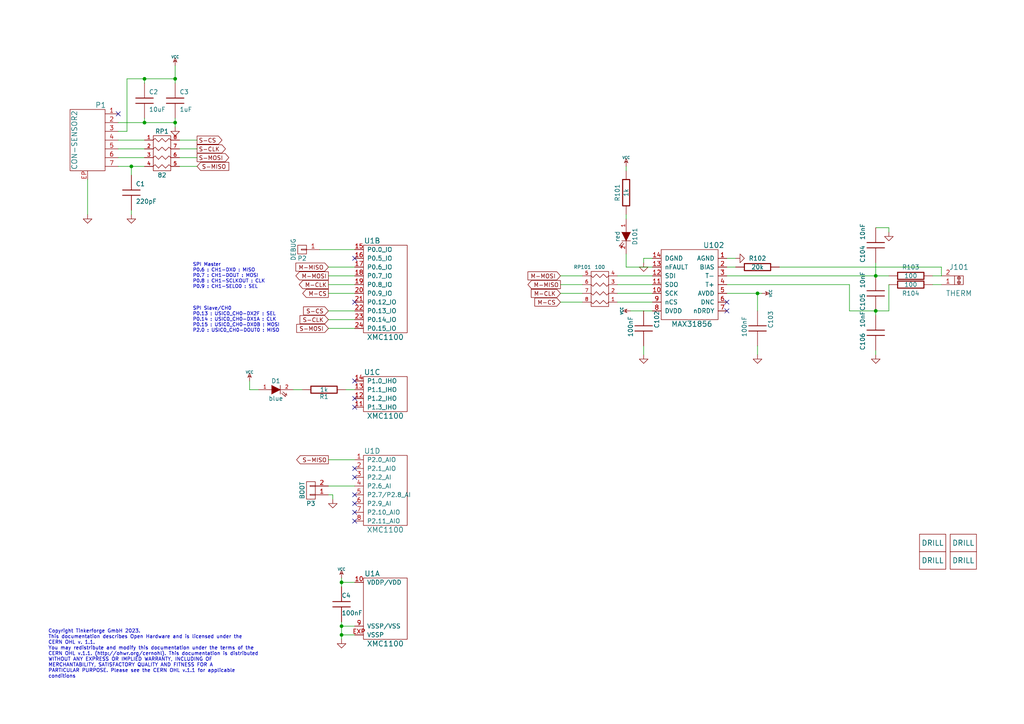
<source format=kicad_sch>
(kicad_sch (version 20230121) (generator eeschema)
  (paper "A4")
  (title_block (title "Thermocouple 2.0") (date "2023-01-27") (rev "2.0") (company "Tinkerforge GmbH") (comment 1 "Licensed under CERN OHL v.1.1") (comment 2 "Copyright (©) 2023, T.Schneidermann <tim@tinkerforge.com>"))
  (lib_symbols
    (symbol "tinkerforge:AKL_5_2" (pin_names (offset 1.016) hide)
      (property "Reference" "J" (at 2.54 -0.127 0))
      (property "Value" "AKL_5_2" (at -0.381 -2.54 0))
      (symbol "AKL_5_2_0_1"
        (rectangle (start -1.27 1.27) (end 1.27 -1.27))
        (circle (center 0 -0.635) (radius 0.4572))
        (polyline (pts (xy -0.381 -0.635) (xy 0.381 -0.635) (xy 0.381 -0.635)))
        (polyline (pts (xy -0.381 0.635) (xy 0.381 0.635) (xy 0.381 0.635)))
        (polyline (pts (xy 0 -0.254) (xy 0 -1.016) (xy 0 -1.016)))
        (polyline (pts (xy 0 1.016) (xy 0 0.254) (xy 0 0.254)))
        (circle (center 0 0.635) (radius 0.4572))
      )
      (symbol "AKL_5_2_1_1"
        (pin passive line (at -5.08 1.27 0) (length 3.81) (name "~") (number "1"))
        (pin passive line (at -5.08 -1.27 0) (length 3.81) (name "~") (number "2"))
      )
    )
    (symbol "tinkerforge:C" (pin_numbers hide) (pin_names (offset 0.254))
      (property "Reference" "C" (at 1.27 2.54 0))
      (property "Value" "C" (at 1.27 -2.54 0))
      (symbol "C_0_1"
        (polyline (pts (xy -2.54 -0.762) (xy 2.54 -0.762)) (stroke (width 0.254)))
        (polyline (pts (xy -2.54 0.762) (xy 2.54 0.762)) (stroke (width 0.254)))
      )
      (symbol "C_1_1"
        (pin passive line (at 0 5.08 270) (length 4.318) (name "~") (number "1"))
        (pin passive line (at 0 -5.08 90) (length 4.318) (name "~") (number "2"))
      )
    )
    (symbol "tinkerforge:CON-SENSOR2" (pin_names (offset 1.016))
      (property "Reference" "P" (at -3.81 10.16 0))
      (property "Value" "CON-SENSOR2" (at 3.81 0 90))
      (symbol "CON-SENSOR2_0_1"
        (rectangle (start -5.08 8.89) (end 5.08 -8.89))
      )
      (symbol "CON-SENSOR2_1_1"
        (pin passive line (at -8.89 7.62 0) (length 3.81) (name "~") (number "1"))
        (pin passive line (at -8.89 5.08 0) (length 3.81) (name "~") (number "2"))
        (pin passive line (at -8.89 2.54 0) (length 3.81) (name "~") (number "3"))
        (pin passive line (at -8.89 0 0) (length 3.81) (name "~") (number "4"))
        (pin passive line (at -8.89 -2.54 0) (length 3.81) (name "~") (number "5"))
        (pin passive line (at -8.89 -5.08 0) (length 3.81) (name "~") (number "6"))
        (pin passive line (at -8.89 -7.62 0) (length 3.81) (name "~") (number "7"))
        (pin passive line (at 0 -11.43 90) (length 2.54) (name "~") (number "EP"))
      )
    )
    (symbol "tinkerforge:CONN_01X01" (pin_names (offset 1.016) hide)
      (property "Reference" "P" (at 0 2.54 0))
      (property "Value" "CONN_01X01" (at 2.54 0 90))
      (symbol "CONN_01X01_0_1"
        (rectangle (start -1.27 0.127) (end 0.254 -0.127))
        (rectangle (start -1.27 1.27) (end 1.27 -1.27))
      )
      (symbol "CONN_01X01_1_1"
        (pin passive line (at -5.08 0 0) (length 3.81) (name "P1") (number "1"))
      )
    )
    (symbol "tinkerforge:CONN_01X02" (pin_names (offset 1.016) hide)
      (property "Reference" "P" (at 0 3.81 0))
      (property "Value" "CONN_01X02" (at 2.54 0 90))
      (symbol "CONN_01X02_0_1"
        (rectangle (start -1.27 -1.143) (end 0.254 -1.397))
        (rectangle (start -1.27 1.397) (end 0.254 1.143))
        (rectangle (start -1.27 2.54) (end 1.27 -2.54))
      )
      (symbol "CONN_01X02_1_1"
        (pin passive line (at -5.08 1.27 0) (length 3.81) (name "P1") (number "1"))
        (pin passive line (at -5.08 -1.27 0) (length 3.81) (name "P2") (number "2"))
      )
    )
    (symbol "tinkerforge:DRILL" (pin_numbers hide) (pin_names (offset 0) hide)
      (property "Value" "DRILL" (at 0 0 0))
      (symbol "DRILL_0_1"
        (rectangle (start -3.81 2.54) (end 3.81 -2.54))
      )
    )
    (symbol "tinkerforge:GND" (power) (pin_names (offset 0))
      (property "Value" "GND" (at 0 -5.08 0))
      (symbol "GND_0_1"
        (polyline (pts (xy 0 0) (xy 0 -1.27) (xy 1.27 -1.27) (xy 0 -2.54) (xy -1.27 -1.27) (xy 0 -1.27)))
      )
      (symbol "GND_1_1"
        (pin power_in line (at 0 0 270) (length 0) hide (name "GND") (number "1"))
      )
    )
    (symbol "tinkerforge:LED" (pin_names (offset 1.016) hide)
      (property "Reference" "D" (at 0 2.54 0))
      (property "Value" "LED" (at 0 -2.54 0))
      (symbol "LED_0_1"
        (polyline (pts (xy 1.27 1.27) (xy 1.27 -1.27)))
        (polyline (pts (xy -1.27 1.27) (xy 1.27 0) (xy -1.27 -1.27)) (fill (type outline)))
        (polyline (pts (xy 1.651 -1.016) (xy 2.794 -2.032) (xy 2.667 -1.397)))
        (polyline (pts (xy 2.032 -0.635) (xy 3.175 -1.651) (xy 3.048 -1.016)))
      )
      (symbol "LED_1_1"
        (pin passive line (at -5.08 0 0) (length 3.81) (name "A") (number "1"))
        (pin passive line (at 5.08 0 180) (length 3.81) (name "K") (number "2"))
      )
    )
    (symbol "tinkerforge:MAX31856" (pin_names (offset 1.016))
      (property "Reference" "U" (at -6.35 10.16 0))
      (property "Value" "MAX31856" (at 0 -12.7 0))
      (symbol "MAX31856_0_1"
        (rectangle (start -7.62 8.89) (end 8.89 -11.43))
      )
      (symbol "MAX31856_1_1"
        (pin input line (at -10.16 6.35 0) (length 2.54) (name "AGND") (number "1"))
        (pin input line (at 11.43 -3.81 180) (length 2.54) (name "SCK") (number "10"))
        (pin input line (at 11.43 -1.27 180) (length 2.54) (name "SDO") (number "11"))
        (pin input line (at 11.43 1.27 180) (length 2.54) (name "SDI") (number "12"))
        (pin input line (at 11.43 3.81 180) (length 2.54) (name "nFAULT") (number "13"))
        (pin input line (at 11.43 6.35 180) (length 2.54) (name "DGND") (number "14"))
        (pin input line (at -10.16 3.81 0) (length 2.54) (name "BIAS") (number "2"))
        (pin input line (at -10.16 1.27 0) (length 2.54) (name "T-") (number "3"))
        (pin input line (at -10.16 -1.27 0) (length 2.54) (name "T+") (number "4"))
        (pin input line (at -10.16 -3.81 0) (length 2.54) (name "AVDD") (number "5"))
        (pin input line (at -10.16 -6.35 0) (length 2.54) (name "DNC") (number "6"))
        (pin input line (at -10.16 -8.89 0) (length 2.54) (name "nDRDY") (number "7"))
        (pin input line (at 11.43 -8.89 180) (length 2.54) (name "DVDD") (number "8"))
        (pin input line (at 11.43 -6.35 180) (length 2.54) (name "nCS") (number "9"))
      )
    )
    (symbol "tinkerforge:R" (pin_numbers hide) (pin_names (offset 0))
      (property "Reference" "R" (at 2.032 0 90))
      (property "Value" "R" (at 0 0 90))
      (symbol "R_0_1"
        (rectangle (start -1.016 3.81) (end 1.016 -3.81) (stroke (width 0.3048)))
      )
      (symbol "R_1_1"
        (pin passive line (at 0 6.35 270) (length 2.54) (name "~") (number "1"))
        (pin passive line (at 0 -6.35 90) (length 2.54) (name "~") (number "2"))
      )
    )
    (symbol "tinkerforge:R_PACK4" (pin_names hide)
      (property "Reference" "RP" (at 0 11.43 0))
      (property "Value" "R_PACK4" (at 0 -1.27 0))
      (symbol "R_PACK4_0_1"
        (polyline (pts (xy -2.54 10.16) (xy -2.54 0) (xy 2.54 0) (xy 2.54 10.16) (xy -2.54 10.16)))
        (polyline (pts (xy -2.54 1.27) (xy -2.032 1.778) (xy -1.016 0.762) (xy 0 1.778) (xy 1.016 0.762) (xy 2.032 1.778) (xy 2.54 1.27)))
        (polyline (pts (xy -2.54 3.81) (xy -2.032 4.318) (xy -1.016 3.302) (xy 0 4.318) (xy 1.016 3.302) (xy 2.032 4.318) (xy 2.54 3.81)))
        (polyline (pts (xy -2.54 6.35) (xy -2.032 6.858) (xy -1.016 5.842) (xy 0 6.858) (xy 1.016 5.842) (xy 2.032 6.858) (xy 2.54 6.35)))
        (polyline (pts (xy -2.54 8.89) (xy -2.032 9.398) (xy -1.016 8.382) (xy 0 9.398) (xy 1.016 8.382) (xy 2.032 9.398) (xy 2.54 8.89)))
      )
      (symbol "R_PACK4_1_1"
        (pin passive line (at -5.08 8.89 0) (length 2.54) (name "P1") (number "1"))
        (pin passive line (at -5.08 6.35 0) (length 2.54) (name "P2") (number "2"))
        (pin passive line (at -5.08 3.81 0) (length 2.54) (name "P3") (number "3"))
        (pin passive line (at -5.08 1.27 0) (length 2.54) (name "P4") (number "4"))
        (pin passive line (at 5.08 1.27 180) (length 2.54) (name "R4") (number "5"))
        (pin passive line (at 5.08 3.81 180) (length 2.54) (name "R3") (number "6"))
        (pin passive line (at 5.08 6.35 180) (length 2.54) (name "R2") (number "7"))
        (pin passive line (at 5.08 8.89 180) (length 2.54) (name "R1") (number "8"))
      )
    )
    (symbol "tinkerforge:VCC" (power) (pin_names (offset 0))
      (property "Value" "VCC" (at 0 3.175 0))
      (symbol "VCC_0_0"
        (pin power_in line (at 0 0 90) (length 0) hide (name "VCC") (number "1"))
      )
      (symbol "VCC_0_1"
        (polyline (pts (xy 0 1.524) (xy 0 0)))
        (polyline (pts (xy 0 1.524) (xy 0.508 1.016) (xy 0 2.286) (xy -0.508 1.016) (xy 0 1.524) (xy 0 1.524)))
      )
    )
    (symbol "tinkerforge:XMC1XXX24" (pin_names (offset 1.016))
      (property "Reference" "U" (at -3.81 15.24 0))
      (property "Value" "XMC1XXX24" (at 0 -16.51 0))
      (symbol "XMC1XXX24_1_1"
        (rectangle (start -6.35 8.89) (end 6.35 -8.89))
        (pin passive line (at -8.89 7.62 0) (length 2.54) (name "VDDP/VDD") (number "10"))
        (pin passive line (at -8.89 -5.08 0) (length 2.54) (name "VSSP/VSS") (number "9"))
        (pin passive line (at -8.89 -7.62 0) (length 2.54) (name "VSSP") (number "EXP"))
      )
      (symbol "XMC1XXX24_2_1"
        (rectangle (start -6.35 12.7) (end 6.35 -12.7))
        (pin passive line (at -8.89 11.43 0) (length 2.54) (name "P0.0_IO") (number "15"))
        (pin passive line (at -8.89 8.89 0) (length 2.54) (name "P0.5_IO") (number "16"))
        (pin passive line (at -8.89 6.35 0) (length 2.54) (name "P0.6_IO") (number "17"))
        (pin passive line (at -8.89 3.81 0) (length 2.54) (name "P0.7_IO") (number "18"))
        (pin passive line (at -8.89 1.27 0) (length 2.54) (name "P0.8_IO") (number "19"))
        (pin passive line (at -8.89 -1.27 0) (length 2.54) (name "P0.9_IO") (number "20"))
        (pin passive line (at -8.89 -3.81 0) (length 2.54) (name "P0.12_IO") (number "21"))
        (pin passive line (at -8.89 -6.35 0) (length 2.54) (name "P0.13_IO") (number "22"))
        (pin passive line (at -8.89 -8.89 0) (length 2.54) (name "P0.14_IO") (number "23"))
        (pin passive line (at -8.89 -11.43 0) (length 2.54) (name "P0.15_IO") (number "24"))
      )
      (symbol "XMC1XXX24_3_1"
        (rectangle (start -6.35 5.08) (end 6.35 -5.08))
        (pin passive line (at -8.89 -3.81 0) (length 2.54) (name "P1.3_IHO") (number "11"))
        (pin passive line (at -8.89 -1.27 0) (length 2.54) (name "P1.2_IHO") (number "12"))
        (pin passive line (at -8.89 1.27 0) (length 2.54) (name "P1.1_IHO") (number "13"))
        (pin passive line (at -8.89 3.81 0) (length 2.54) (name "P1.0_IHO") (number "14"))
      )
      (symbol "XMC1XXX24_4_1"
        (rectangle (start -6.35 10.16) (end 6.35 -10.16))
        (pin passive line (at -8.89 8.89 0) (length 2.54) (name "P2.0_AIO") (number "1"))
        (pin passive line (at -8.89 6.35 0) (length 2.54) (name "P2.1_AIO") (number "2"))
        (pin passive line (at -8.89 3.81 0) (length 2.54) (name "P2.2_AI") (number "3"))
        (pin passive line (at -8.89 1.27 0) (length 2.54) (name "P2.6_AI") (number "4"))
        (pin passive line (at -8.89 -1.27 0) (length 2.54) (name "P2.7/P2.8_AI") (number "5"))
        (pin passive line (at -8.89 -3.81 0) (length 2.54) (name "P2.9_AI") (number "6"))
        (pin passive line (at -8.89 -6.35 0) (length 2.54) (name "P2.10_AIO") (number "7"))
        (pin passive line (at -8.89 -8.89 0) (length 2.54) (name "P2.11_AIO") (number "8"))
      )
    )
  )
  (junction (at 219.71 85.09))
  (junction (at 99.06 181.61))
  (junction (at 41.91 22.86))
  (junction (at 50.8 22.86))
  (junction (at 254 80.01))
  (junction (at 254 90.17))
  (junction (at 99.06 184.15))
  (junction (at 99.06 168.91))
  (junction (at 50.8 35.56))
  (junction (at 41.91 35.56))
  (junction (at 38.1 48.26))
  (no_connect (at 102.87 74.93))
  (no_connect (at 102.87 135.89))
  (no_connect (at 102.87 148.59))
  (no_connect (at 210.82 87.63))
  (no_connect (at 102.87 151.13))
  (no_connect (at 102.87 87.63))
  (no_connect (at 102.87 118.11))
  (no_connect (at 102.87 138.43))
  (no_connect (at 34.29 33.02))
  (no_connect (at 210.82 90.17))
  (no_connect (at 102.87 146.05))
  (no_connect (at 102.87 115.57))
  (no_connect (at 102.87 110.49))
  (no_connect (at 102.87 143.51))
  (wire (pts (xy 50.8 34.29) (xy 50.8 35.56)))
  (wire (pts (xy 254 102.87) (xy 254 101.6)))
  (wire (pts (xy 102.87 184.15) (xy 99.06 184.15)))
  (wire (pts (xy 99.06 184.15) (xy 99.06 181.61)))
  (wire (pts (xy 41.91 22.86) (xy 50.8 22.86)))
  (wire (pts (xy 102.87 92.71) (xy 95.25 92.71)))
  (wire (pts (xy 182.88 90.17) (xy 189.23 90.17)))
  (wire (pts (xy 179.07 80.01) (xy 189.23 80.01)))
  (wire (pts (xy 254 66.04) (xy 257.81 66.04)))
  (wire (pts (xy 257.81 66.04) (xy 257.81 67.31)))
  (wire (pts (xy 219.71 85.09) (xy 219.71 90.17)))
  (wire (pts (xy 273.05 80.01) (xy 270.51 80.01)))
  (wire (pts (xy 34.29 45.72) (xy 41.91 45.72)))
  (wire (pts (xy 189.23 87.63) (xy 179.07 87.63)))
  (wire (pts (xy 186.69 74.93) (xy 186.69 76.2)))
  (wire (pts (xy 102.87 181.61) (xy 99.06 181.61)))
  (wire (pts (xy 36.83 38.1) (xy 36.83 22.86)))
  (wire (pts (xy 254 91.44) (xy 254 90.17)))
  (wire (pts (xy 57.15 43.18) (xy 52.07 43.18)))
  (wire (pts (xy 99.06 170.18) (xy 99.06 168.91)))
  (wire (pts (xy 210.82 82.55) (xy 246.38 82.55)))
  (wire (pts (xy 57.15 48.26) (xy 52.07 48.26)))
  (wire (pts (xy 38.1 48.26) (xy 34.29 48.26)))
  (wire (pts (xy 181.61 77.47) (xy 181.61 73.66)))
  (wire (pts (xy 95.25 95.25) (xy 102.87 95.25)))
  (wire (pts (xy 95.25 143.51) (xy 96.52 143.51)))
  (wire (pts (xy 254 80.01) (xy 257.81 80.01)))
  (wire (pts (xy 168.91 82.55) (xy 162.56 82.55)))
  (wire (pts (xy 34.29 38.1) (xy 36.83 38.1)))
  (wire (pts (xy 41.91 48.26) (xy 38.1 48.26)))
  (wire (pts (xy 96.52 143.51) (xy 96.52 144.78)))
  (wire (pts (xy 36.83 22.86) (xy 41.91 22.86)))
  (wire (pts (xy 162.56 85.09) (xy 168.91 85.09)))
  (wire (pts (xy 99.06 168.91) (xy 99.06 167.64)))
  (wire (pts (xy 179.07 85.09) (xy 189.23 85.09)))
  (wire (pts (xy 95.25 90.17) (xy 102.87 90.17)))
  (wire (pts (xy 168.91 87.63) (xy 162.56 87.63)))
  (wire (pts (xy 41.91 34.29) (xy 41.91 35.56)))
  (wire (pts (xy 210.82 74.93) (xy 213.36 74.93)))
  (wire (pts (xy 273.05 77.47) (xy 273.05 80.01)))
  (wire (pts (xy 72.39 113.03) (xy 72.39 110.49)))
  (wire (pts (xy 95.25 82.55) (xy 102.87 82.55)))
  (wire (pts (xy 102.87 85.09) (xy 95.25 85.09)))
  (wire (pts (xy 181.61 49.53) (xy 181.61 48.26)))
  (wire (pts (xy 38.1 50.8) (xy 38.1 48.26)))
  (wire (pts (xy 34.29 43.18) (xy 41.91 43.18)))
  (wire (pts (xy 210.82 85.09) (xy 219.71 85.09)))
  (wire (pts (xy 257.81 90.17) (xy 257.81 82.55)))
  (wire (pts (xy 186.69 100.33) (xy 186.69 102.87)))
  (wire (pts (xy 162.56 80.01) (xy 168.91 80.01)))
  (wire (pts (xy 189.23 82.55) (xy 179.07 82.55)))
  (wire (pts (xy 38.1 60.96) (xy 38.1 62.23)))
  (wire (pts (xy 34.29 35.56) (xy 41.91 35.56)))
  (wire (pts (xy 189.23 77.47) (xy 181.61 77.47)))
  (wire (pts (xy 50.8 22.86) (xy 50.8 24.13)))
  (wire (pts (xy 102.87 168.91) (xy 99.06 168.91)))
  (wire (pts (xy 34.29 40.64) (xy 41.91 40.64)))
  (wire (pts (xy 270.51 82.55) (xy 273.05 82.55)))
  (wire (pts (xy 254 80.01) (xy 254 76.2)))
  (wire (pts (xy 219.71 85.09) (xy 220.98 85.09)))
  (wire (pts (xy 95.25 77.47) (xy 102.87 77.47)))
  (wire (pts (xy 246.38 82.55) (xy 246.38 90.17)))
  (wire (pts (xy 99.06 181.61) (xy 99.06 180.34)))
  (wire (pts (xy 74.93 113.03) (xy 72.39 113.03)))
  (wire (pts (xy 246.38 90.17) (xy 254 90.17)))
  (wire (pts (xy 95.25 133.35) (xy 102.87 133.35)))
  (wire (pts (xy 41.91 24.13) (xy 41.91 22.86)))
  (wire (pts (xy 254 90.17) (xy 257.81 90.17)))
  (wire (pts (xy 213.36 77.47) (xy 210.82 77.47)))
  (wire (pts (xy 181.61 62.23) (xy 181.61 63.5)))
  (wire (pts (xy 92.71 72.39) (xy 102.87 72.39)))
  (wire (pts (xy 219.71 100.33) (xy 219.71 102.87)))
  (wire (pts (xy 102.87 80.01) (xy 95.25 80.01)))
  (wire (pts (xy 95.25 140.97) (xy 102.87 140.97)))
  (wire (pts (xy 226.06 77.47) (xy 273.05 77.47)))
  (wire (pts (xy 25.4 52.07) (xy 25.4 62.23)))
  (wire (pts (xy 52.07 45.72) (xy 57.15 45.72)))
  (wire (pts (xy 99.06 185.42) (xy 99.06 184.15)))
  (wire (pts (xy 50.8 19.05) (xy 50.8 22.86)))
  (wire (pts (xy 50.8 35.56) (xy 50.8 36.83)))
  (wire (pts (xy 52.07 40.64) (xy 57.15 40.64)))
  (wire (pts (xy 210.82 80.01) (xy 254 80.01)))
  (wire (pts (xy 102.87 113.03) (xy 100.33 113.03)))
  (wire (pts (xy 41.91 35.56) (xy 50.8 35.56)))
  (wire (pts (xy 189.23 74.93) (xy 186.69 74.93)))
  (wire (pts (xy 87.63 113.03) (xy 85.09 113.03)))
  (text "Copyright Tinkerforge GmbH 2023.\nThis documentation describes Open Hardware and is licensed under the\nCERN OHL v. 1.1.\nYou may redistribute and modify this documentation under the terms of the\nCERN OHL v.1.1. (http://ohwr.org/cernohl). This documentation is distributed\nWITHOUT ANY EXPRESS OR IMPLIED WARRANTY, INCLUDING OF\nMERCHANTABILITY, SATISFACTORY QUALITY AND FITNESS FOR A\nPARTICULAR PURPOSE. Please see the CERN OHL v.1.1 for applicable\nconditions\n" (at 13.97 196.85 0) (effects (font (size 1.016 1.016)) (justify left bottom)))
  (text "SPI Slave/CH0\nP0.13 : USIC0_CH0-DX2F : SEL\nP0.14 : USIC0_CH0-DX1A : CLK\nP0.15 : USIC0_CH0-DX0B : MOSI\nP2.0 : USIC0_CH0-DOUT0 : MISO" (at 55.88 96.52 0) (effects (font (size 0.9906 0.9906)) (justify left bottom)))
  (text "SPI Master\nP0.6 : CH1-DX0 : MISO\nP0.7 : CH1-DOUT : MOSI\nP0.8 : CH1-SCLKOUT : CLK\nP0.9 : CH1-SELO0 : SEL" (at 55.88 83.82 0) (effects (font (size 0.9906 0.9906)) (justify left bottom)))
  (global_label "S-MISO" (shape input) (at 57.15 48.26 0) (effects (font (size 1.1938 1.1938))) (property "Intersheetrefs" "${INTERSHEET_REFS}" (effects hide)))
  (global_label "S-MISO" (shape output) (at 95.25 133.35 180) (effects (font (size 1.1938 1.1938))) (property "Intersheetrefs" "${INTERSHEET_REFS}" (effects hide)))
  (global_label "M-CS" (shape input) (at 162.56 87.63 180) (effects (font (size 1.1938 1.1938))) (property "Intersheetrefs" "${INTERSHEET_REFS}" (effects hide)))
  (global_label "S-MOSI" (shape output) (at 57.15 45.72 0) (effects (font (size 1.1938 1.1938))) (property "Intersheetrefs" "${INTERSHEET_REFS}" (effects hide)))
  (global_label "M-CS" (shape output) (at 95.25 85.09 180) (effects (font (size 1.1938 1.1938))) (property "Intersheetrefs" "${INTERSHEET_REFS}" (effects hide)))
  (global_label "M-MISO" (shape output) (at 162.56 82.55 180) (effects (font (size 1.1938 1.1938))) (property "Intersheetrefs" "${INTERSHEET_REFS}" (effects hide)))
  (global_label "M-MOSI" (shape input) (at 162.56 80.01 180) (effects (font (size 1.1938 1.1938))) (property "Intersheetrefs" "${INTERSHEET_REFS}" (effects hide)))
  (global_label "S-CS" (shape output) (at 57.15 40.64 0) (effects (font (size 1.1938 1.1938))) (property "Intersheetrefs" "${INTERSHEET_REFS}" (effects hide)))
  (global_label "S-CLK" (shape output) (at 57.15 43.18 0) (effects (font (size 1.1938 1.1938))) (property "Intersheetrefs" "${INTERSHEET_REFS}" (effects hide)))
  (global_label "M-MOSI" (shape output) (at 95.25 80.01 180) (effects (font (size 1.1938 1.1938))) (property "Intersheetrefs" "${INTERSHEET_REFS}" (effects hide)))
  (global_label "S-CS" (shape input) (at 95.25 90.17 180) (effects (font (size 1.1938 1.1938))) (property "Intersheetrefs" "${INTERSHEET_REFS}" (effects hide)))
  (global_label "M-MISO" (shape input) (at 95.25 77.47 180) (effects (font (size 1.1938 1.1938))) (property "Intersheetrefs" "${INTERSHEET_REFS}" (effects hide)))
  (global_label "S-CLK" (shape input) (at 95.25 92.71 180) (effects (font (size 1.1938 1.1938))) (property "Intersheetrefs" "${INTERSHEET_REFS}" (effects hide)))
  (global_label "M-CLK" (shape input) (at 162.56 85.09 180) (effects (font (size 1.1938 1.1938))) (property "Intersheetrefs" "${INTERSHEET_REFS}" (effects hide)))
  (global_label "M-CLK" (shape output) (at 95.25 82.55 180) (effects (font (size 1.1938 1.1938))) (property "Intersheetrefs" "${INTERSHEET_REFS}" (effects hide)))
  (global_label "S-MOSI" (shape input) (at 95.25 95.25 180) (effects (font (size 1.1938 1.1938))) (property "Intersheetrefs" "${INTERSHEET_REFS}" (effects hide)))
  (symbol (lib_id "tinkerforge:GND") (at 50.8 36.83 0) (unit 1)
    (property "Reference" "#PWR02" (effects hide))
    (property "Value" "GND" (effects hide))
  )
  (symbol (lib_id "tinkerforge:VCC") (at 50.8 19.05 0) (unit 1)
    (property "Reference" "#PWR01" (effects hide))
    (property "Value" "VCC" (at 50.8 16.51 0) (effects (font (size 0.762 0.762))))
  )
  (symbol (lib_id "tinkerforge:DRILL") (at 279.4 157.48 0) (unit 1)
    (property "Reference" "U105" (effects hide))
    (property "Value" "DRILL" (at 279.4 157.48 0) (effects (font (size 1.524 1.524))))
    (property "Footprint" "kicad-libraries:DRILL_NP" (effects hide))
  )
  (symbol (lib_id "tinkerforge:DRILL") (at 279.4 162.56 0) (unit 1)
    (property "Reference" "U106" (effects hide))
    (property "Value" "DRILL" (at 279.4 162.56 0) (effects (font (size 1.524 1.524))))
    (property "Footprint" "kicad-libraries:DRILL_NP" (effects hide))
  )
  (symbol (lib_id "tinkerforge:DRILL") (at 270.51 162.56 0) (unit 1)
    (property "Reference" "U104" (effects hide))
    (property "Value" "DRILL" (at 270.51 162.56 0) (effects (font (size 1.524 1.524))))
    (property "Footprint" "kicad-libraries:DRILL_NP" (effects hide))
  )
  (symbol (lib_id "tinkerforge:DRILL") (at 270.51 157.48 0) (unit 1)
    (property "Reference" "U103" (effects hide))
    (property "Value" "DRILL" (at 270.51 157.48 0) (effects (font (size 1.524 1.524))))
    (property "Footprint" "kicad-libraries:DRILL_NP" (effects hide))
  )
  (symbol (lib_id "tinkerforge:R_PACK4") (at 173.99 78.74 180) (unit 1)
    (property "Reference" "RP101" (at 168.91 77.47 0) (effects (font (size 1.016 1.016))))
    (property "Value" "100" (at 173.99 77.47 0) (effects (font (size 1.016 1.016))))
    (property "Footprint" "kicad-libraries:0603X4" (effects hide))
  )
  (symbol (lib_id "tinkerforge:MAX31856") (at 200.66 81.28 0) (mirror y) (unit 1)
    (property "Reference" "U102" (at 207.01 71.12 0) (effects (font (size 1.524 1.524))))
    (property "Value" "MAX31856" (at 200.66 93.98 0) (effects (font (size 1.524 1.524))))
    (property "Footprint" "kicad-libraries:TSSOP14" (effects hide))
  )
  (symbol (lib_id "tinkerforge:GND") (at 186.69 76.2 0) (unit 1)
    (property "Reference" "#PWR03" (effects hide))
    (property "Value" "GND" (effects hide))
  )
  (symbol (lib_id "tinkerforge:VCC") (at 182.88 90.17 90) (unit 1)
    (property "Reference" "#PWR04" (effects hide))
    (property "Value" "VCC" (at 180.34 90.17 0) (effects (font (size 0.762 0.762))))
  )
  (symbol (lib_id "tinkerforge:C") (at 186.69 95.25 0) (unit 1)
    (property "Reference" "C102" (at 190.5 95.25 90) (effects (justify left)))
    (property "Value" "100nF" (at 182.88 97.79 90) (effects (justify left)))
    (property "Footprint" "kicad-libraries:C0603F" (effects hide))
  )
  (symbol (lib_id "tinkerforge:GND") (at 186.69 102.87 0) (unit 1)
    (property "Reference" "#PWR05" (effects hide))
    (property "Value" "GND" (effects hide))
  )
  (symbol (lib_id "tinkerforge:GND") (at 213.36 74.93 90) (unit 1)
    (property "Reference" "#PWR06" (effects hide))
    (property "Value" "GND" (effects hide))
  )
  (symbol (lib_id "tinkerforge:AKL_5_2") (at 278.13 81.28 0) (mirror x) (unit 1)
    (property "Reference" "J101" (at 278.13 77.47 0) (effects (font (size 1.524 1.524))))
    (property "Value" "THERM" (at 278.13 85.09 0) (effects (font (size 1.524 1.524))))
    (property "Footprint" "kicad-libraries:PCC_SMP" (effects hide))
  )
  (symbol (lib_id "tinkerforge:R") (at 219.71 77.47 270) (unit 1)
    (property "Reference" "R102" (at 219.71 74.93 90))
    (property "Value" "20k" (at 219.71 77.47 90))
    (property "Footprint" "kicad-libraries:R1206" (effects hide))
  )
  (symbol (lib_id "tinkerforge:R") (at 264.16 80.01 270) (unit 1)
    (property "Reference" "R103" (at 264.16 77.47 90))
    (property "Value" "100" (at 264.16 80.01 90))
    (property "Footprint" "kicad-libraries:R1206" (effects hide))
  )
  (symbol (lib_id "tinkerforge:R") (at 264.16 82.55 270) (unit 1)
    (property "Reference" "R104" (at 264.16 85.09 90))
    (property "Value" "100" (at 264.16 82.55 90))
    (property "Footprint" "kicad-libraries:R1206" (effects hide))
  )
  (symbol (lib_id "tinkerforge:C") (at 254 71.12 180) (unit 1)
    (property "Reference" "C104" (at 250.19 71.12 90) (effects (justify left)))
    (property "Value" "10nF" (at 250.19 64.77 90) (effects (justify left)))
    (property "Footprint" "kicad-libraries:C0603F" (effects hide))
  )
  (symbol (lib_id "tinkerforge:GND") (at 257.81 67.31 0) (unit 1)
    (property "Reference" "#PWR07" (effects hide))
    (property "Value" "GND" (effects hide))
  )
  (symbol (lib_id "tinkerforge:C") (at 254 85.09 180) (unit 1)
    (property "Reference" "C105" (at 250.19 85.09 90) (effects (justify left)))
    (property "Value" "10nF" (at 250.19 78.74 90) (effects (justify left)))
    (property "Footprint" "kicad-libraries:C0603F" (effects hide))
  )
  (symbol (lib_id "tinkerforge:C") (at 254 96.52 180) (unit 1)
    (property "Reference" "C106" (at 250.19 96.52 90) (effects (justify left)))
    (property "Value" "10nF" (at 250.19 90.17 90) (effects (justify left)))
    (property "Footprint" "kicad-libraries:C0603F" (effects hide))
  )
  (symbol (lib_id "tinkerforge:GND") (at 254 102.87 0) (unit 1)
    (property "Reference" "#PWR08" (effects hide))
    (property "Value" "GND" (effects hide))
  )
  (symbol (lib_id "tinkerforge:VCC") (at 220.98 85.09 270) (unit 1)
    (property "Reference" "#PWR09" (effects hide))
    (property "Value" "VCC" (at 223.52 85.09 0) (effects (font (size 0.762 0.762))))
  )
  (symbol (lib_id "tinkerforge:C") (at 219.71 95.25 0) (unit 1)
    (property "Reference" "C103" (at 223.52 95.25 90) (effects (justify left)))
    (property "Value" "100nF" (at 215.9 97.79 90) (effects (justify left)))
    (property "Footprint" "kicad-libraries:C0603F" (effects hide))
  )
  (symbol (lib_id "tinkerforge:GND") (at 219.71 102.87 0) (unit 1)
    (property "Reference" "#PWR010" (effects hide))
    (property "Value" "GND" (effects hide))
  )
  (symbol (lib_id "tinkerforge:LED") (at 181.61 68.58 270) (unit 1)
    (property "Reference" "D101" (at 184.15 68.58 0))
    (property "Value" "red" (at 179.07 68.58 0))
    (property "Footprint" "kicad-libraries:D0603F" (effects hide))
  )
  (symbol (lib_id "tinkerforge:R") (at 181.61 55.88 180) (unit 1)
    (property "Reference" "R101" (at 179.07 55.88 90))
    (property "Value" "1k" (at 181.61 55.88 90))
    (property "Footprint" "kicad-libraries:R0603F" (effects hide))
  )
  (symbol (lib_id "tinkerforge:VCC") (at 181.61 48.26 0) (unit 1)
    (property "Reference" "#PWR011" (effects hide))
    (property "Value" "VCC" (at 181.61 45.72 0) (effects (font (size 0.762 0.762))))
  )
  (symbol (lib_id "tinkerforge:CON-SENSOR2") (at 25.4 40.64 0) (mirror y) (unit 1)
    (property "Reference" "P1" (at 29.21 30.48 0) (effects (font (size 1.524 1.524))))
    (property "Value" "CON-SENSOR2" (at 21.59 40.64 90) (effects (font (size 1.524 1.524))))
    (property "Footprint" "kicad-libraries:CON-SENSOR2" (effects hide))
  )
  (symbol (lib_id "tinkerforge:C") (at 41.91 29.21 0) (unit 1)
    (property "Reference" "C2" (at 43.18 26.67 0) (effects (justify left)))
    (property "Value" "10uF" (at 43.18 31.75 0) (effects (justify left)))
    (property "Footprint" "kicad-libraries:C0805" (effects hide))
  )
  (symbol (lib_id "tinkerforge:C") (at 50.8 29.21 0) (unit 1)
    (property "Reference" "C3" (at 52.07 26.67 0) (effects (justify left)))
    (property "Value" "1uF" (at 52.07 31.75 0) (effects (justify left)))
    (property "Footprint" "kicad-libraries:C0603F" (effects hide))
  )
  (symbol (lib_id "tinkerforge:R_PACK4") (at 46.99 49.53 0) (unit 1)
    (property "Reference" "RP1" (at 46.99 38.1 0))
    (property "Value" "82" (at 46.99 50.8 0))
    (property "Footprint" "kicad-libraries:4X0402" (effects hide))
  )
  (symbol (lib_id "tinkerforge:C") (at 38.1 55.88 0) (unit 1)
    (property "Reference" "C1" (at 39.37 53.34 0) (effects (justify left)))
    (property "Value" "220pF" (at 39.37 58.42 0) (effects (justify left)))
    (property "Footprint" "kicad-libraries:C0402F" (effects hide))
  )
  (symbol (lib_id "tinkerforge:GND") (at 38.1 62.23 0) (unit 1)
    (property "Reference" "#PWR012" (effects hide))
    (property "Value" "GND" (effects hide))
  )
  (symbol (lib_id "tinkerforge:GND") (at 25.4 62.23 0) (unit 1)
    (property "Reference" "#PWR013" (effects hide))
    (property "Value" "GND" (effects hide))
  )
  (symbol (lib_id "tinkerforge:XMC1XXX24") (at 111.76 176.53 0) (unit 1)
    (property "Reference" "U1" (at 107.95 166.37 0) (effects (font (size 1.524 1.524))))
    (property "Value" "XMC1100" (at 111.76 186.69 0) (effects (font (size 1.524 1.524))))
    (property "Footprint" "kicad-libraries:QFN24-4x4mm-0.5mm" (effects hide))
  )
  (symbol (lib_id "tinkerforge:XMC1XXX24") (at 111.76 114.3 0) (unit 3)
    (property "Reference" "U1" (at 107.95 107.95 0) (effects (font (size 1.524 1.524))))
    (property "Value" "XMC1100" (at 111.76 120.65 0) (effects (font (size 1.524 1.524))))
    (property "Footprint" "kicad-libraries:QFN24-4x4mm-0.5mm" (effects hide))
  )
  (symbol (lib_id "tinkerforge:XMC1XXX24") (at 111.76 83.82 0) (unit 2)
    (property "Reference" "U1" (at 107.95 69.85 0) (effects (font (size 1.524 1.524))))
    (property "Value" "XMC1100" (at 111.76 97.79 0) (effects (font (size 1.524 1.524))))
    (property "Footprint" "kicad-libraries:QFN24-4x4mm-0.5mm" (effects hide))
  )
  (symbol (lib_id "tinkerforge:XMC1XXX24") (at 111.76 142.24 0) (unit 4)
    (property "Reference" "U1" (at 107.95 130.81 0) (effects (font (size 1.524 1.524))))
    (property "Value" "XMC1100" (at 111.76 153.67 0) (effects (font (size 1.524 1.524))))
    (property "Footprint" "kicad-libraries:QFN24-4x4mm-0.5mm" (effects hide))
  )
  (symbol (lib_id "tinkerforge:CONN_01X01") (at 87.63 72.39 180) (unit 1)
    (property "Reference" "P2" (at 87.63 74.93 0))
    (property "Value" "DEBUG" (at 85.09 72.39 90))
    (property "Footprint" "kicad-libraries:DEBUG_PAD" (effects hide))
  )
  (symbol (lib_id "tinkerforge:CONN_01X02") (at 90.17 142.24 180) (unit 1)
    (property "Reference" "P3" (at 90.17 146.05 0))
    (property "Value" "BOOT" (at 87.63 142.24 90))
    (property "Footprint" "kicad-libraries:SolderJumper" (effects hide))
  )
  (symbol (lib_id "tinkerforge:GND") (at 96.52 144.78 0) (unit 1)
    (property "Reference" "#PWR014" (effects hide))
    (property "Value" "GND" (effects hide))
  )
  (symbol (lib_id "tinkerforge:R") (at 93.98 113.03 270) (unit 1)
    (property "Reference" "R1" (at 93.98 115.062 90))
    (property "Value" "1k" (at 93.98 113.03 90))
    (property "Footprint" "kicad-libraries:R0603F" (effects hide))
  )
  (symbol (lib_id "tinkerforge:LED") (at 80.01 113.03 0) (unit 1)
    (property "Reference" "D1" (at 80.01 110.49 0))
    (property "Value" "blue" (at 80.01 115.57 0))
    (property "Footprint" "kicad-libraries:D0603F" (effects hide))
  )
  (symbol (lib_id "tinkerforge:VCC") (at 72.39 110.49 0) (unit 1)
    (property "Reference" "#PWR015" (effects hide))
    (property "Value" "VCC" (at 72.39 107.95 0) (effects (font (size 0.762 0.762))))
  )
  (symbol (lib_id "tinkerforge:C") (at 99.06 175.26 0) (unit 1)
    (property "Reference" "C4" (at 99.06 172.72 0) (effects (justify left)))
    (property "Value" "100nF" (at 99.06 177.8 0) (effects (justify left)))
    (property "Footprint" "kicad-libraries:C0603F" (effects hide))
  )
  (symbol (lib_id "tinkerforge:VCC") (at 99.06 167.64 0) (unit 1)
    (property "Reference" "#PWR016" (effects hide))
    (property "Value" "VCC" (at 99.06 165.1 0) (effects (font (size 0.762 0.762))))
  )
  (symbol (lib_id "tinkerforge:GND") (at 99.06 185.42 0) (unit 1)
    (property "Reference" "#PWR017" (effects hide))
    (property "Value" "GND" (effects hide))
  )
)
</source>
